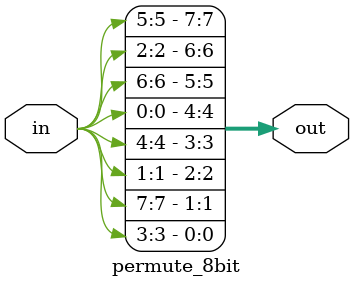
<source format=v>
module permute_8bit (
  input wire [7:0] in,
  output wire [7:0] out
);

  assign out[0] = in[3];
  assign out[1] = in[7];
  assign out[2] = in[1];
  assign out[3] = in[4];
  assign out[4] = in[0];
  assign out[5] = in[6];
  assign out[6] = in[2];
  assign out[7] = in[5];

endmodule

</source>
